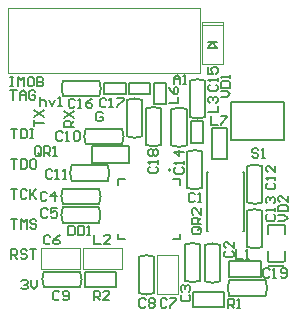
<source format=gto>
G04*
G04 #@! TF.GenerationSoftware,Altium Limited,Altium Designer,18.1.7 (191)*
G04*
G04 Layer_Color=65535*
%FSLAX24Y24*%
%MOIN*%
G70*
G01*
G75*
%ADD10C,0.0070*%
%ADD11C,0.0079*%
%ADD12C,0.0039*%
%ADD13C,0.0050*%
%ADD14R,0.0576X0.0100*%
D10*
X49167Y18092D02*
G03*
X49167Y18602I-609J255D01*
G01*
X47960D02*
G03*
X47959Y18092I608J-256D01*
G01*
X46987Y19791D02*
G03*
X46477Y19791I-255J-609D01*
G01*
Y18584D02*
G03*
X46987Y18583I256J608D01*
G01*
X41779Y18888D02*
G03*
X41778Y18377I608J-256D01*
G01*
X42986D02*
G03*
X42986Y18888I-609J255D01*
G01*
X43910Y21919D02*
G03*
X43911Y22430I-608J256D01*
G01*
X42703D02*
G03*
X42703Y21919I609J-255D01*
G01*
X47155Y25249D02*
G03*
X46645Y25249I-256J-608D01*
G01*
Y24041D02*
G03*
X47155Y24042I255J609D01*
G01*
X46034Y23098D02*
G03*
X46544Y23097I256J608D01*
G01*
Y24305D02*
G03*
X46034Y24305I-255J-609D01*
G01*
X45689Y24324D02*
G03*
X45178Y24324I-256J-608D01*
G01*
Y23116D02*
G03*
X45689Y23117I255J609D01*
G01*
X44383Y23140D02*
G03*
X44383Y23650I-608J256D01*
G01*
X43175D02*
G03*
X43176Y23140I609J-255D01*
G01*
X45059Y24609D02*
G03*
X44548Y24609I-256J-608D01*
G01*
Y23402D02*
G03*
X45059Y23402I255J609D01*
G01*
X48553Y19712D02*
G03*
X49064Y19711I256J608D01*
G01*
Y20919D02*
G03*
X48553Y20919I-255J-609D01*
G01*
X43625Y24744D02*
G03*
X43625Y25255I-608J256D01*
G01*
X42417D02*
G03*
X42418Y24744I609J-255D01*
G01*
X43617Y20526D02*
G03*
X43617Y21036I-608J256D01*
G01*
X42410D02*
G03*
X42410Y20526I609J-255D01*
G01*
X42411Y21653D02*
G03*
X42410Y21143I608J-256D01*
G01*
X43618D02*
G03*
X43618Y21653I-609J255D01*
G01*
X46555Y21680D02*
G03*
X47066Y21680I256J608D01*
G01*
Y22888D02*
G03*
X46555Y22887I-255J-609D01*
G01*
X49065Y22404D02*
G03*
X48554Y22405I-256J-608D01*
G01*
Y21197D02*
G03*
X49065Y21197I255J609D01*
G01*
X44941Y18176D02*
G03*
X45452Y18176I256J608D01*
G01*
Y19384D02*
G03*
X44941Y19383I-255J-609D01*
G01*
X47657Y19776D02*
G03*
X47147Y19777I-256J-608D01*
G01*
Y18569D02*
G03*
X47657Y18569I255J609D01*
G01*
X47963Y18602D02*
X49163D01*
X47963Y18091D02*
X49163D01*
X46476Y18587D02*
Y19787D01*
X46987Y18587D02*
Y19787D01*
X47382Y22628D02*
X47894D01*
X47382Y23671D02*
X47894D01*
Y22628D02*
Y23671D01*
X47382Y22628D02*
Y23671D01*
X41782Y18377D02*
X42982D01*
X41782Y18888D02*
X42982D01*
X43140D02*
X44183D01*
X43140Y18376D02*
X44183D01*
Y18888D01*
X43140Y18376D02*
Y18888D01*
X42707Y22430D02*
X43907D01*
X42707Y21919D02*
X43907D01*
X46645Y24045D02*
Y25245D01*
X47156Y24045D02*
Y25246D01*
X46544Y23101D02*
Y24301D01*
X46033Y23100D02*
Y24301D01*
X45178Y23120D02*
Y24320D01*
X45689Y23120D02*
Y24321D01*
X43179Y23651D02*
X44379D01*
X43179Y23140D02*
X44380D01*
X46752Y18218D02*
X47795D01*
X46752Y17707D02*
X47795D01*
Y18218D01*
X46752Y17707D02*
Y18218D01*
X44548Y23406D02*
Y24606D01*
X45059Y23406D02*
Y24606D01*
X49064Y19715D02*
Y20915D01*
X48553Y19715D02*
Y20915D01*
X42421Y25255D02*
X43621D01*
X42421Y24744D02*
X43622D01*
X42413Y21036D02*
X43613D01*
X42413Y20525D02*
X43614D01*
X42414Y21143D02*
X43614D01*
X42413Y21654D02*
X43614D01*
X49006Y18720D02*
Y19232D01*
X47963Y18720D02*
Y19232D01*
X49006D01*
X47963Y18720D02*
X49006D01*
X47066Y21684D02*
Y22884D01*
X46555Y21683D02*
Y22884D01*
X48554Y21201D02*
Y22401D01*
X49065Y21201D02*
Y22402D01*
X45452Y18180D02*
Y19380D01*
X44941Y18179D02*
Y19380D01*
X47147Y18573D02*
Y19773D01*
X47657Y18573D02*
Y19774D01*
D11*
X46004Y22274D02*
G03*
X46004Y22274I-39J0D01*
G01*
X48002Y23287D02*
X49774D01*
X48002D02*
Y24547D01*
X49774D01*
Y23287D02*
Y24547D01*
X46683Y23189D02*
X47077D01*
X46683D02*
Y23898D01*
X46880D01*
X47077D01*
Y23189D02*
Y23898D01*
X44606Y22520D02*
Y23071D01*
X43386Y22520D02*
Y23071D01*
X44606D01*
X43386Y22520D02*
X44606D01*
X45443Y25187D02*
X45837D01*
Y24478D02*
Y25187D01*
X45640Y24478D02*
X45837D01*
X45443D02*
X45640D01*
X45443D02*
Y25187D01*
X44616Y24793D02*
Y25187D01*
X45325D01*
Y24990D02*
Y25187D01*
Y24793D02*
Y24990D01*
X44616Y24793D02*
X45325D01*
X43799Y24793D02*
Y25187D01*
X44508D01*
Y24990D02*
Y25187D01*
Y24793D02*
Y24990D01*
X43799Y24793D02*
X44508D01*
X47205Y20236D02*
X47244D01*
X47205D02*
Y22205D01*
X47244D01*
X48425Y20236D02*
X48465D01*
Y22205D01*
X48425D02*
X48465D01*
X44252Y21772D02*
Y21959D01*
X44468D01*
X46083D02*
X46309D01*
Y21949D02*
Y21959D01*
Y21772D02*
Y21949D01*
X44252Y19961D02*
Y20157D01*
Y19961D02*
X44468D01*
X46083D02*
X46309D01*
Y20157D01*
X43743Y24160D02*
X43691Y24213D01*
X43586D01*
X43533Y24160D01*
Y23950D01*
X43586Y23898D01*
X43691D01*
X43743Y23950D01*
Y24055D01*
X43638D01*
X42776Y23711D02*
X42461D01*
Y23868D01*
X42513Y23921D01*
X42618D01*
X42671Y23868D01*
Y23711D01*
Y23816D02*
X42776Y23921D01*
X42461Y24025D02*
X42776Y24235D01*
X42461D02*
X42776Y24025D01*
X41457Y23740D02*
Y23950D01*
Y23845D01*
X41772D01*
X41457Y24055D02*
X41772Y24265D01*
X41457D02*
X41772Y24055D01*
X40689Y22638D02*
X40899D01*
X40794D01*
Y22323D01*
X41004Y22638D02*
Y22323D01*
X41161D01*
X41214Y22375D01*
Y22585D01*
X41161Y22638D01*
X41004D01*
X41476D02*
X41371D01*
X41319Y22585D01*
Y22375D01*
X41371Y22323D01*
X41476D01*
X41529Y22375D01*
Y22585D01*
X41476Y22638D01*
X40689Y23642D02*
X40899D01*
X40794D01*
Y23327D01*
X41004Y23642D02*
Y23327D01*
X41161D01*
X41214Y23379D01*
Y23589D01*
X41161Y23642D01*
X41004D01*
X41319D02*
X41424D01*
X41371D01*
Y23327D01*
X41319D01*
X41424D01*
X40689Y21634D02*
X40899D01*
X40794D01*
Y21319D01*
X41214Y21581D02*
X41161Y21634D01*
X41056D01*
X41004Y21581D01*
Y21371D01*
X41056Y21319D01*
X41161D01*
X41214Y21371D01*
X41319Y21634D02*
Y21319D01*
Y21424D01*
X41529Y21634D01*
X41371Y21476D01*
X41529Y21319D01*
X40689Y20640D02*
X40899D01*
X40794D01*
Y20325D01*
X41004D02*
Y20640D01*
X41109Y20535D01*
X41214Y20640D01*
Y20325D01*
X41529Y20587D02*
X41476Y20640D01*
X41371D01*
X41319Y20587D01*
Y20535D01*
X41371Y20482D01*
X41476D01*
X41529Y20430D01*
Y20377D01*
X41476Y20325D01*
X41371D01*
X41319Y20377D01*
X40689Y19321D02*
Y19636D01*
X40846D01*
X40899Y19583D01*
Y19478D01*
X40846Y19426D01*
X40689D01*
X40794D02*
X40899Y19321D01*
X41214Y19583D02*
X41161Y19636D01*
X41056D01*
X41004Y19583D01*
Y19531D01*
X41056Y19478D01*
X41161D01*
X41214Y19426D01*
Y19373D01*
X41161Y19321D01*
X41056D01*
X41004Y19373D01*
X41319Y19636D02*
X41529D01*
X41424D01*
Y19321D01*
X41634Y24714D02*
Y24400D01*
Y24557D01*
X41686Y24610D01*
X41791D01*
X41844Y24557D01*
Y24400D01*
X41949Y24610D02*
X42054Y24400D01*
X42159Y24610D01*
X42264Y24400D02*
X42369D01*
X42316D01*
Y24714D01*
X42264Y24662D01*
X40659Y24931D02*
X40869D01*
X40764D01*
Y24616D01*
X40974D02*
Y24826D01*
X41079Y24931D01*
X41184Y24826D01*
Y24616D01*
Y24774D01*
X40974D01*
X41499Y24879D02*
X41447Y24931D01*
X41342D01*
X41289Y24879D01*
Y24669D01*
X41342Y24616D01*
X41447D01*
X41499Y24669D01*
Y24774D01*
X41394D01*
X40659Y25374D02*
X40764D01*
X40712D01*
Y25059D01*
X40659D01*
X40764D01*
X40922D02*
Y25374D01*
X41027Y25269D01*
X41132Y25374D01*
Y25059D01*
X41394Y25374D02*
X41289D01*
X41237Y25321D01*
Y25112D01*
X41289Y25059D01*
X41394D01*
X41447Y25112D01*
Y25321D01*
X41394Y25374D01*
X41552D02*
Y25059D01*
X41709D01*
X41761Y25112D01*
Y25164D01*
X41709Y25216D01*
X41552D01*
X41709D01*
X41761Y25269D01*
Y25321D01*
X41709Y25374D01*
X41552D01*
X41024Y18560D02*
X41076Y18612D01*
X41181D01*
X41234Y18560D01*
Y18507D01*
X41181Y18455D01*
X41129D01*
X41181D01*
X41234Y18402D01*
Y18350D01*
X41181Y18297D01*
X41076D01*
X41024Y18350D01*
X41338Y18612D02*
Y18402D01*
X41443Y18297D01*
X41548Y18402D01*
Y18612D01*
X48930Y22940D02*
X48878Y22992D01*
X48773D01*
X48720Y22940D01*
Y22887D01*
X48773Y22835D01*
X48878D01*
X48930Y22782D01*
Y22730D01*
X48878Y22677D01*
X48773D01*
X48720Y22730D01*
X49035Y22677D02*
X49140D01*
X49088D01*
Y22992D01*
X49035Y22940D01*
X47362Y24085D02*
Y23770D01*
X47572D01*
X47677Y24085D02*
X47887D01*
Y24032D01*
X47677Y23822D01*
Y23770D01*
X46102Y25138D02*
Y25348D01*
X46207Y25453D01*
X46312Y25348D01*
Y25138D01*
Y25295D01*
X46102D01*
X46417Y25138D02*
X46522D01*
X46470D01*
Y25453D01*
X46417Y25400D01*
X49587Y20581D02*
X49797D01*
X49902Y20686D01*
X49797Y20791D01*
X49587D01*
Y20896D02*
X49902D01*
Y21053D01*
X49849Y21105D01*
X49639D01*
X49587Y21053D01*
Y20896D01*
X49902Y21420D02*
Y21210D01*
X49692Y21420D01*
X49639D01*
X49587Y21368D01*
Y21263D01*
X49639Y21210D01*
X47677Y24705D02*
X47887D01*
X47992Y24810D01*
X47887Y24915D01*
X47677D01*
Y25020D02*
X47992D01*
Y25177D01*
X47940Y25229D01*
X47730D01*
X47677Y25177D01*
Y25020D01*
X47992Y25334D02*
Y25439D01*
Y25387D01*
X47677D01*
X47730Y25334D01*
X43435Y17933D02*
Y18248D01*
X43592D01*
X43645Y18195D01*
Y18090D01*
X43592Y18038D01*
X43435D01*
X43540D02*
X43645Y17933D01*
X43960D02*
X43750D01*
X43960Y18143D01*
Y18195D01*
X43907Y18248D01*
X43802D01*
X43750Y18195D01*
X47913Y17667D02*
Y17982D01*
X48071D01*
X48123Y17930D01*
Y17825D01*
X48071Y17772D01*
X47913D01*
X48018D02*
X48123Y17667D01*
X48228D02*
X48333D01*
X48281D01*
Y17982D01*
X48228Y17930D01*
X46975Y20367D02*
X46765D01*
X46713Y20315D01*
Y20210D01*
X46765Y20157D01*
X46975D01*
X47028Y20210D01*
Y20315D01*
X46923Y20262D02*
X47028Y20367D01*
Y20315D02*
X46975Y20367D01*
X47028Y20472D02*
X46713D01*
Y20630D01*
X46765Y20682D01*
X46870D01*
X46923Y20630D01*
Y20472D01*
Y20577D02*
X47028Y20682D01*
Y20997D02*
Y20787D01*
X46818Y20997D01*
X46765D01*
X46713Y20945D01*
Y20840D01*
X46765Y20787D01*
X41676Y22799D02*
Y23008D01*
X41624Y23061D01*
X41519D01*
X41467Y23008D01*
Y22799D01*
X41519Y22746D01*
X41624D01*
X41571Y22851D02*
X41676Y22746D01*
X41624D02*
X41676Y22799D01*
X41781Y22746D02*
Y23061D01*
X41939D01*
X41991Y23008D01*
Y22903D01*
X41939Y22851D01*
X41781D01*
X41886D02*
X41991Y22746D01*
X42096D02*
X42201D01*
X42149D01*
Y23061D01*
X42096Y23008D01*
X45945Y24508D02*
X46260D01*
Y24718D01*
X45945Y25033D02*
X45997Y24928D01*
X46102Y24823D01*
X46207D01*
X46260Y24875D01*
Y24980D01*
X46207Y25033D01*
X46155D01*
X46102Y24980D01*
Y24823D01*
X47254Y24193D02*
X47569D01*
Y24403D01*
X47307Y24508D02*
X47254Y24560D01*
Y24665D01*
X47307Y24718D01*
X47359D01*
X47411Y24665D01*
Y24613D01*
Y24665D01*
X47464Y24718D01*
X47516D01*
X47569Y24665D01*
Y24560D01*
X47516Y24508D01*
X43465Y20118D02*
Y19803D01*
X43674D01*
X43989D02*
X43779D01*
X43989Y20013D01*
Y20066D01*
X43937Y20118D01*
X43832D01*
X43779Y20066D01*
X48199Y19636D02*
Y19321D01*
X48409D01*
X48514D02*
X48619D01*
X48566D01*
Y19636D01*
X48514Y19583D01*
X42598Y20413D02*
Y20098D01*
X42756D01*
X42808Y20151D01*
Y20361D01*
X42756Y20413D01*
X42598D01*
X42913D02*
Y20098D01*
X43071D01*
X43123Y20151D01*
Y20361D01*
X43071Y20413D01*
X42913D01*
X43228Y20098D02*
X43333D01*
X43281D01*
Y20413D01*
X43228Y20361D01*
X49304Y18943D02*
X49252Y18996D01*
X49147D01*
X49094Y18943D01*
Y18734D01*
X49147Y18681D01*
X49252D01*
X49304Y18734D01*
X49409Y18681D02*
X49514D01*
X49462D01*
Y18996D01*
X49409Y18943D01*
X49672Y18734D02*
X49724Y18681D01*
X49829D01*
X49882Y18734D01*
Y18943D01*
X49829Y18996D01*
X49724D01*
X49672Y18943D01*
Y18891D01*
X49724Y18839D01*
X49882D01*
X45318Y22385D02*
X45266Y22333D01*
Y22228D01*
X45318Y22175D01*
X45528D01*
X45581Y22228D01*
Y22333D01*
X45528Y22385D01*
X45581Y22490D02*
Y22595D01*
Y22543D01*
X45266D01*
X45318Y22490D01*
Y22752D02*
X45266Y22805D01*
Y22910D01*
X45318Y22962D01*
X45371D01*
X45423Y22910D01*
X45476Y22962D01*
X45528D01*
X45581Y22910D01*
Y22805D01*
X45528Y22752D01*
X45476D01*
X45423Y22805D01*
X45371Y22752D01*
X45318D01*
X45423Y22805D02*
Y22910D01*
X43861Y24623D02*
X43809Y24675D01*
X43704D01*
X43652Y24623D01*
Y24413D01*
X43704Y24360D01*
X43809D01*
X43861Y24413D01*
X43966Y24360D02*
X44071D01*
X44019D01*
Y24675D01*
X43966Y24623D01*
X44229Y24675D02*
X44439D01*
Y24623D01*
X44229Y24413D01*
Y24360D01*
X42818Y24603D02*
X42766Y24655D01*
X42661D01*
X42608Y24603D01*
Y24393D01*
X42661Y24341D01*
X42766D01*
X42818Y24393D01*
X42923Y24341D02*
X43028D01*
X42976D01*
Y24655D01*
X42923Y24603D01*
X43395Y24655D02*
X43290Y24603D01*
X43186Y24498D01*
Y24393D01*
X43238Y24341D01*
X43343D01*
X43395Y24393D01*
Y24446D01*
X43343Y24498D01*
X43186D01*
X47307Y25121D02*
X47254Y25069D01*
Y24964D01*
X47307Y24911D01*
X47516D01*
X47569Y24964D01*
Y25069D01*
X47516Y25121D01*
X47569Y25226D02*
Y25331D01*
Y25279D01*
X47254D01*
X47307Y25226D01*
X47254Y25699D02*
Y25489D01*
X47411D01*
X47359Y25594D01*
Y25646D01*
X47411Y25699D01*
X47516D01*
X47569Y25646D01*
Y25541D01*
X47516Y25489D01*
X46184Y22365D02*
X46132Y22313D01*
Y22208D01*
X46184Y22156D01*
X46394D01*
X46447Y22208D01*
Y22313D01*
X46394Y22365D01*
X46447Y22470D02*
Y22575D01*
Y22523D01*
X46132D01*
X46184Y22470D01*
X46447Y22890D02*
X46132D01*
X46289Y22733D01*
Y22943D01*
X49226Y20800D02*
X49173Y20748D01*
Y20643D01*
X49226Y20591D01*
X49436D01*
X49488Y20643D01*
Y20748D01*
X49436Y20800D01*
X49488Y20905D02*
Y21010D01*
Y20958D01*
X49173D01*
X49226Y20905D01*
Y21168D02*
X49173Y21220D01*
Y21325D01*
X49226Y21378D01*
X49278D01*
X49331Y21325D01*
Y21273D01*
Y21325D01*
X49383Y21378D01*
X49436D01*
X49488Y21325D01*
Y21220D01*
X49436Y21168D01*
X49236Y21844D02*
X49183Y21791D01*
Y21686D01*
X49236Y21634D01*
X49446D01*
X49498Y21686D01*
Y21791D01*
X49446Y21844D01*
X49498Y21949D02*
Y22054D01*
Y22001D01*
X49183D01*
X49236Y21949D01*
X49498Y22421D02*
Y22211D01*
X49288Y22421D01*
X49236D01*
X49183Y22369D01*
Y22264D01*
X49236Y22211D01*
X42060Y22251D02*
X42008Y22303D01*
X41903D01*
X41850Y22251D01*
Y22041D01*
X41903Y21988D01*
X42008D01*
X42060Y22041D01*
X42165Y21988D02*
X42270D01*
X42218D01*
Y22303D01*
X42165Y22251D01*
X42428Y21988D02*
X42533D01*
X42480D01*
Y22303D01*
X42428Y22251D01*
X42405Y23520D02*
X42352Y23573D01*
X42247D01*
X42195Y23520D01*
Y23310D01*
X42247Y23258D01*
X42352D01*
X42405Y23310D01*
X42510Y23258D02*
X42615D01*
X42562D01*
Y23573D01*
X42510Y23520D01*
X42772D02*
X42825Y23573D01*
X42930D01*
X42982Y23520D01*
Y23310D01*
X42930Y23258D01*
X42825D01*
X42772Y23310D01*
Y23520D01*
X42297Y18195D02*
X42244Y18248D01*
X42139D01*
X42087Y18195D01*
Y17986D01*
X42139Y17933D01*
X42244D01*
X42297Y17986D01*
X42401D02*
X42454Y17933D01*
X42559D01*
X42611Y17986D01*
Y18195D01*
X42559Y18248D01*
X42454D01*
X42401Y18195D01*
Y18143D01*
X42454Y18090D01*
X42611D01*
X45171Y17940D02*
X45118Y17992D01*
X45013D01*
X44961Y17940D01*
Y17730D01*
X45013Y17677D01*
X45118D01*
X45171Y17730D01*
X45275Y17940D02*
X45328Y17992D01*
X45433D01*
X45485Y17940D01*
Y17887D01*
X45433Y17835D01*
X45485Y17782D01*
Y17730D01*
X45433Y17677D01*
X45328D01*
X45275Y17730D01*
Y17782D01*
X45328Y17835D01*
X45275Y17887D01*
Y17940D01*
X45328Y17835D02*
X45433D01*
X45879Y17940D02*
X45827Y17992D01*
X45722D01*
X45669Y17940D01*
Y17730D01*
X45722Y17677D01*
X45827D01*
X45879Y17730D01*
X45984Y17992D02*
X46194D01*
Y17940D01*
X45984Y17730D01*
Y17677D01*
X41991Y20056D02*
X41939Y20108D01*
X41834D01*
X41782Y20056D01*
Y19846D01*
X41834Y19793D01*
X41939D01*
X41991Y19846D01*
X42306Y20108D02*
X42201Y20056D01*
X42096Y19951D01*
Y19846D01*
X42149Y19793D01*
X42254D01*
X42306Y19846D01*
Y19898D01*
X42254Y19951D01*
X42096D01*
X41905Y20951D02*
X41852Y21004D01*
X41747D01*
X41695Y20951D01*
Y20741D01*
X41747Y20689D01*
X41852D01*
X41905Y20741D01*
X42220Y21004D02*
X42010D01*
Y20846D01*
X42115Y20899D01*
X42167D01*
X42220Y20846D01*
Y20741D01*
X42167Y20689D01*
X42062D01*
X42010Y20741D01*
X41885Y21503D02*
X41833Y21555D01*
X41728D01*
X41675Y21503D01*
Y21293D01*
X41728Y21240D01*
X41833D01*
X41885Y21293D01*
X42147Y21240D02*
Y21555D01*
X41990Y21398D01*
X42200D01*
X46391Y18113D02*
X46339Y18061D01*
Y17956D01*
X46391Y17904D01*
X46601D01*
X46654Y17956D01*
Y18061D01*
X46601Y18113D01*
X46391Y18218D02*
X46339Y18271D01*
Y18376D01*
X46391Y18428D01*
X46444D01*
X46496Y18376D01*
Y18323D01*
Y18376D01*
X46549Y18428D01*
X46601D01*
X46654Y18376D01*
Y18271D01*
X46601Y18218D01*
X47838Y19570D02*
X47786Y19518D01*
Y19413D01*
X47838Y19360D01*
X48048D01*
X48100Y19413D01*
Y19518D01*
X48048Y19570D01*
X48100Y19885D02*
Y19675D01*
X47890Y19885D01*
X47838D01*
X47786Y19833D01*
Y19728D01*
X47838Y19675D01*
X46814Y21460D02*
X46762Y21512D01*
X46657D01*
X46604Y21460D01*
Y21250D01*
X46657Y21197D01*
X46762D01*
X46814Y21250D01*
X46919Y21197D02*
X47024D01*
X46972D01*
Y21512D01*
X46919Y21460D01*
D12*
X40571Y27687D02*
X46978D01*
Y25522D02*
Y27687D01*
X40571Y25522D02*
Y27687D01*
Y25522D02*
X46978D01*
X47041Y27114D02*
X47742D01*
X47041Y25799D02*
X47742D01*
Y27114D01*
X47041Y25799D02*
Y27114D01*
Y27076D02*
Y27197D01*
Y27196D02*
X47743D01*
X47742Y27085D02*
Y27196D01*
X46260Y18130D02*
Y19429D01*
X45551Y18130D02*
Y19429D01*
X46260D01*
X45551Y18130D02*
X46260D01*
X43079Y18984D02*
X44394D01*
X43079Y19685D02*
X44394D01*
X43079Y18984D02*
Y19685D01*
X44394Y18984D02*
Y19685D01*
X41679Y18976D02*
X42978D01*
X41679Y19685D02*
X42978D01*
Y18976D02*
Y19685D01*
X41679Y18976D02*
Y19685D01*
D13*
X47234Y26555D02*
X47549D01*
X47234Y26358D02*
X47392Y26555D01*
X47234Y26358D02*
X47549D01*
X47392Y26555D02*
X47549Y26358D01*
X49764Y19193D02*
X49803Y19232D01*
X49291Y19193D02*
X49764D01*
X49252Y19232D02*
Y19587D01*
X49803Y19232D02*
Y19587D01*
X49252Y20453D02*
X49803D01*
Y20138D02*
Y20453D01*
X49252Y19232D02*
X49291Y19193D01*
X49252Y20138D02*
Y20453D01*
D14*
X49525Y19084D02*
D03*
M02*

</source>
